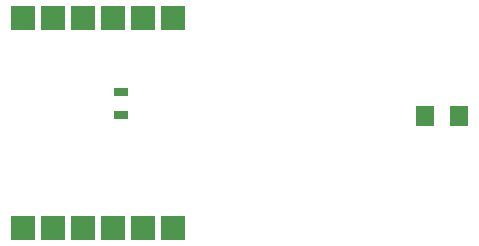
<source format=gbr>
G04 #@! TF.FileFunction,Paste,Top*
%FSLAX46Y46*%
G04 Gerber Fmt 4.6, Leading zero omitted, Abs format (unit mm)*
G04 Created by KiCad (PCBNEW (2014-12-08 BZR 5317)-product) date mar. 23 déc. 2014 09:04:43 CET*
%MOMM*%
G01*
G04 APERTURE LIST*
%ADD10C,0.100000*%
%ADD11R,1.597660X1.800860*%
%ADD12R,1.300000X0.700000*%
%ADD13R,2.032000X2.032000*%
G04 APERTURE END LIST*
D10*
D11*
X136547860Y-79375000D03*
X133708140Y-79375000D03*
D12*
X107950000Y-77409000D03*
X107950000Y-79309000D03*
D13*
X99695000Y-88900000D03*
X102235000Y-88900000D03*
X104775000Y-88900000D03*
X107315000Y-88900000D03*
X109855000Y-88900000D03*
X112395000Y-88900000D03*
X112395000Y-71120000D03*
X109855000Y-71120000D03*
X107315000Y-71120000D03*
X104775000Y-71120000D03*
X102235000Y-71120000D03*
X99695000Y-71120000D03*
M02*

</source>
